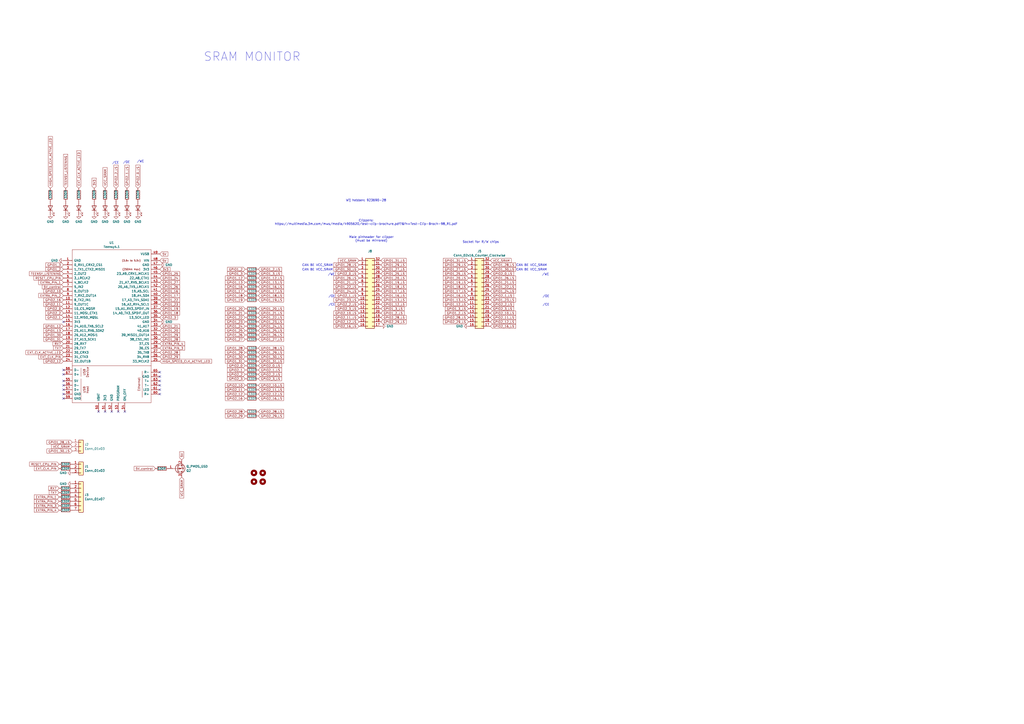
<source format=kicad_sch>
(kicad_sch (version 20231120) (generator "eeschema") (generator_version "8.0")
  (paper "A2")
  (no_connect (at 68.58 238.76))
  (no_connect (at 64.77 238.76))
  (no_connect (at 36.83 217.17))
  (no_connect (at 36.83 214.63))
  (no_connect (at 36.83 220.98))
  (no_connect (at 36.83 231.14))
  (no_connect (at 57.15 238.76))
  (no_connect (at 92.71 228.6))
  (no_connect (at 36.83 186.69))
  (no_connect (at 92.71 215.9))
  (no_connect (at 92.71 220.98))
  (no_connect (at 36.83 223.52))
  (no_connect (at 92.71 226.06))
  (no_connect (at 60.96 238.76))
  (no_connect (at 92.71 223.52))
  (no_connect (at 36.83 226.06))
  (no_connect (at 92.71 218.44))
  (no_connect (at 36.83 228.6))
  (no_connect (at 72.39 238.76))
  (text "Wij hebben: 923690-28" (at 212.344 116.332 0) (effects (font (size 1.27 1.27))))
  (text "CAN BE VCC_SRAM" (at 308.356 153.924 0) (effects (font (size 1.27 1.27))))
  (text "/CE" (at 67.056 94.488 0) (effects (font (size 1.27 1.27))))
  (text "/WE" (at 316.484 159.258 0) (effects (font (size 1.27 1.27))))
  (text "SRAM MONITOR" (at 146.304 33.02 0) (effects (font (size 5 5))))
  (text "MIRROR CLIPPERS" (at 123.19 444.246 0) (effects (font (size 10 10))))
  (text "/WE" (at 81.534 93.726 0) (effects (font (size 1.27 1.27))))
  (text "CAN BE VCC_SRAM" (at 184.15 153.924 0) (effects (font (size 1.27 1.27))))
  (text "Clippers:\nhttps://multimedia.3m.com/mws/media/490562O/test-clip-brochure.pdf?&fn=Test-Clip-Broch-98_R1.pdf" (at 212.344 129.032 0) (effects (font (size 1.27 1.27))))
  (text "/WE" (at 192.278 159.258 0) (effects (font (size 1.27 1.27))))
  (text "CAN BE VCC_SRAM" (at 184.15 156.464 0) (effects (font (size 1.27 1.27))))
  (text "Socket for R/W chips" (at 278.892 140.462 0) (effects (font (size 1.27 1.27))))
  (text "CAN BE VCC_SRAM" (at 308.356 156.464 0) (effects (font (size 1.27 1.27))))
  (text "/CE" (at 316.738 176.784 0) (effects (font (size 1.27 1.27))))
  (text "/CE" (at 192.532 176.784 0) (effects (font (size 1.27 1.27))))
  (text "/OE" (at 192.532 171.958 0) (effects (font (size 1.27 1.27))))
  (text "/OE" (at 316.738 171.958 0) (effects (font (size 1.27 1.27))))
  (text "Male pinheader for clipper\n(must be mirrored)" (at 215.392 138.684 0) (effects (font (size 1.27 1.27))))
  (text "/OE" (at 73.406 94.234 0) (effects (font (size 1.27 1.27))))
  (global_label "GPIO1_17_LS" (shape input) (at 220.98 168.91 0) (property "Intersheetrefs" "${INTERSHEET_REFS}" (effects (hide yes))))
  (global_label "GPIO1_2_LS" (shape input) (at 271.78 181.61 180) (property "Intersheetrefs" "${INTERSHEET_REFS}" (effects (hide yes))))
  (global_label "GPIO2_12" (shape input) (at 36.83 209.55 180) (property "Intersheetrefs" "${INTERSHEET_REFS}" (effects (hide yes))))
  (global_label "GPIO1_13_LS" (shape input) (at 149.86 163.83 0) (property "Intersheetrefs" "${INTERSHEET_REFS}" (effects (hide yes))))
  (global_label "5V_control" (shape input) (at 90.17 271.78 180) (property "Intersheetrefs" "${INTERSHEET_REFS}" (effects (hide yes))))
  (global_label "RESET_CPU_PIN" (shape input) (at 34.29 269.24 180) (property "Intersheetrefs" "${INTERSHEET_REFS}" (effects (hide yes))))
  (global_label "TX7" (shape input) (at 34.29 285.75 180) (property "Intersheetrefs" "${INTERSHEET_REFS}" (effects (hide yes))))
  (global_label "GPIO2_12" (shape input) (at 142.24 228.6 180) (property "Intersheetrefs" "${INTERSHEET_REFS}" (effects (hide yes))))
  (global_label "GPIO1_22_LS" (shape input) (at 149.86 184.15 0) (property "Intersheetrefs" "${INTERSHEET_REFS}" (effects (hide yes))))
  (global_label "GPIO2_10_LS" (shape input) (at 208.28 181.61 180) (property "Intersheetrefs" "${INTERSHEET_REFS}" (effects (hide yes))))
  (global_label "GPIO2_12_LS" (shape input) (at 284.48 186.69 0) (property "Intersheetrefs" "${INTERSHEET_REFS}" (effects (hide yes))))
  (global_label "GPIO2_11" (shape input) (at 36.83 176.53 180) (property "Intersheetrefs" "${INTERSHEET_REFS}" (effects (hide yes))))
  (global_label "VCC_SRAM" (shape input) (at 284.48 151.13 0) (property "Intersheetrefs" "${INTERSHEET_REFS}" (effects (hide yes))))
  (global_label "GPIO1_20_LS" (shape input) (at 271.78 161.29 180) (property "Intersheetrefs" "${INTERSHEET_REFS}" (effects (hide yes))))
  (global_label "GPIO2_16" (shape input) (at 36.83 173.99 180) (property "Intersheetrefs" "${INTERSHEET_REFS}" (effects (hide yes))))
  (global_label "GPIO1_18_LS" (shape input) (at 271.78 166.37 180) (property "Intersheetrefs" "${INTERSHEET_REFS}" (effects (hide yes))))
  (global_label "GPIO1_21" (shape input) (at 92.71 189.23 0) (property "Intersheetrefs" "${INTERSHEET_REFS}" (effects (hide yes))))
  (global_label "GPIO1_27_LS" (shape input) (at 149.86 196.85 0) (property "Intersheetrefs" "${INTERSHEET_REFS}" (effects (hide yes))))
  (global_label "GPIO2_11_LS" (shape input) (at 284.48 184.15 0) (property "Intersheetrefs" "${INTERSHEET_REFS}" (effects (hide yes))))
  (global_label "GPIO2_28" (shape input) (at 92.71 204.47 0) (property "Intersheetrefs" "${INTERSHEET_REFS}" (effects (hide yes))))
  (global_label "GPIO1_27_LS" (shape input) (at 271.78 156.21 180) (property "Intersheetrefs" "${INTERSHEET_REFS}" (effects (hide yes))))
  (global_label "GPIO1_31_LS" (shape input) (at 271.78 151.13 180) (property "Intersheetrefs" "${INTERSHEET_REFS}" (effects (hide yes))))
  (global_label "GPIO1_27_LS" (shape input) (at 220.98 156.21 0) (property "Intersheetrefs" "${INTERSHEET_REFS}" (effects (hide yes))))
  (global_label "GPIO1_31" (shape input) (at 142.24 209.55 180) (property "Intersheetrefs" "${INTERSHEET_REFS}" (effects (hide yes))))
  (global_label "EXT_CLK_ACTIVE_LED" (shape input) (at 36.83 204.47 180) (property "Intersheetrefs" "${INTERSHEET_REFS}" (effects (hide yes))))
  (global_label "EXT_CLK_ACTIVE_LED" (shape input) (at 45.72 109.22 90) (property "Intersheetrefs" "${INTERSHEET_REFS}" (effects (hide yes))))
  (global_label "GPIO1_13_LS" (shape input) (at 220.98 173.99 0) (property "Intersheetrefs" "${INTERSHEET_REFS}" (effects (hide yes))))
  (global_label "GPIO1_22_LS" (shape input) (at 284.48 166.37 0) (property "Intersheetrefs" "${INTERSHEET_REFS}" (effects (hide yes))))
  (global_label "GPIO2_1" (shape input) (at 142.24 214.63 180) (property "Intersheetrefs" "${INTERSHEET_REFS}" (effects (hide yes))))
  (global_label "GPIO1_21_LS" (shape input) (at 149.86 181.61 0) (property "Intersheetrefs" "${INTERSHEET_REFS}" (effects (hide yes))))
  (global_label "GPIO1_29_LS" (shape input) (at 149.86 204.47 0) (property "Intersheetrefs" "${INTERSHEET_REFS}" (effects (hide yes))))
  (global_label "GPIO1_12_LS" (shape input) (at 271.78 176.53 180) (property "Intersheetrefs" "${INTERSHEET_REFS}" (effects (hide yes))))
  (global_label "GPIO2_12_LS" (shape input) (at 149.86 228.6 0) (property "Intersheetrefs" "${INTERSHEET_REFS}" (effects (hide yes))))
  (global_label "GPIO1_18_LS" (shape input) (at 149.86 171.45 0) (property "Intersheetrefs" "${INTERSHEET_REFS}" (effects (hide yes))))
  (global_label "GPIO1_30_LS" (shape input) (at 284.48 156.21 0) (property "Intersheetrefs" "${INTERSHEET_REFS}" (effects (hide yes))))
  (global_label "GPIO1_16" (shape input) (at 92.71 168.91 0) (property "Intersheetrefs" "${INTERSHEET_REFS}" (effects (hide yes))))
  (global_label "GPIO1_24_LS" (shape input) (at 208.28 168.91 180) (property "Intersheetrefs" "${INTERSHEET_REFS}" (effects (hide yes))))
  (global_label "GPIO1_16" (shape input) (at 142.24 166.37 180) (property "Intersheetrefs" "${INTERSHEET_REFS}" (effects (hide yes))))
  (global_label "GPIO2_2_LS" (shape input) (at 149.86 217.17 0) (property "Intersheetrefs" "${INTERSHEET_REFS}" (effects (hide yes))))
  (global_label "VCC_SRAM" (shape input) (at 41.91 259.08 180) (property "Intersheetrefs" "${INTERSHEET_REFS}" (effects (hide yes))))
  (global_label "GPIO1_19_LS" (shape input) (at 271.78 163.83 180) (property "Intersheetrefs" "${INTERSHEET_REFS}" (effects (hide yes))))
  (global_label "GPIO1_21_LS" (shape input) (at 208.28 163.83 180) (property "Intersheetrefs" "${INTERSHEET_REFS}" (effects (hide yes))))
  (global_label "GPIO1_28_LS" (shape input) (at 41.91 256.54 180) (property "Intersheetrefs" "${INTERSHEET_REFS}" (effects (hide yes))))
  (global_label "EXT_CLK_PIN" (shape input) (at 34.29 271.78 180) (property "Intersheetrefs" "${INTERSHEET_REFS}" (effects (hide yes))))
  (global_label "GPIO2_28_LS" (shape input) (at 271.78 184.15 180) (property "Intersheetrefs" "${INTERSHEET_REFS}" (effects (hide yes))))
  (global_label "GPIO1_3" (shape input) (at 142.24 158.75 180) (property "Intersheetrefs" "${INTERSHEET_REFS}" (effects (hide yes))))
  (global_label "EXTRA_PIN_2" (shape input) (at 36.83 171.45 180) (property "Intersheetrefs" "${INTERSHEET_REFS}" (effects (hide yes))))
  (global_label "GPIO1_3_LS" (shape input) (at 149.86 158.75 0) (property "Intersheetrefs" "${INTERSHEET_REFS}" (effects (hide yes))))
  (global_label "5V" (shape input) (at 92.71 151.13 0) (property "Intersheetrefs" "${INTERSHEET_REFS}" (effects (hide yes))))
  (global_label "GPIO2_12_LS" (shape input) (at 208.28 186.69 180) (property "Intersheetrefs" "${INTERSHEET_REFS}" (effects (hide yes))))
  (global_label "GPIO2_28" (shape input) (at 142.24 238.76 180) (property "Intersheetrefs" "${INTERSHEET_REFS}" (effects (hide yes))))
  (global_label "GPIO1_25_LS" (shape input) (at 271.78 158.75 180) (property "Intersheetrefs" "${INTERSHEET_REFS}" (effects (hide yes))))
  (global_label "GPIO1_23" (shape input) (at 92.71 176.53 0) (property "Intersheetrefs" "${INTERSHEET_REFS}" (effects (hide yes))))
  (global_label "GPIO2_3_LS" (shape input) (at 284.48 179.07 0) (property "Intersheetrefs" "${INTERSHEET_REFS}" (effects (hide yes))))
  (global_label "GPIO1_27" (shape input) (at 142.24 196.85 180) (property "Intersheetrefs" "${INTERSHEET_REFS}" (effects (hide yes))))
  (global_label "GPIO1_17" (shape input) (at 92.71 171.45 0) (property "Intersheetrefs" "${INTERSHEET_REFS}" (effects (hide yes))))
  (global_label "GPIO2_2_LS" (shape input) (at 284.48 176.53 0) (property "Intersheetrefs" "${INTERSHEET_REFS}" (effects (hide yes))))
  (global_label "GPIO2_3" (shape input) (at 142.24 219.71 180) (property "Intersheetrefs" "${INTERSHEET_REFS}" (effects (hide yes))))
  (global_label "GPIO1_22_LS" (shape input) (at 208.28 166.37 180) (property "Intersheetrefs" "${INTERSHEET_REFS}" (effects (hide yes))))
  (global_label "VCC_SRAM" (shape input) (at 105.41 276.86 270) (property "Intersheetrefs" "${INTERSHEET_REFS}" (effects (hide yes))))
  (global_label "GPIO1_23_LS" (shape input) (at 208.28 173.99 180) (property "Intersheetrefs" "${INTERSHEET_REFS}" (effects (hide yes))))
  (global_label "GPIO1_17_LS" (shape input) (at 149.86 168.91 0) (property "Intersheetrefs" "${INTERSHEET_REFS}" (effects (hide yes))))
  (global_label "GPIO1_12_LS" (shape input) (at 220.98 176.53 0) (property "Intersheetrefs" "${INTERSHEET_REFS}" (effects (hide yes))))
  (global_label "GPIO2_0_LS" (shape input) (at 149.86 212.09 0) (property "Intersheetrefs" "${INTERSHEET_REFS}" (effects (hide yes))))
  (global_label "5V_control" (shape input) (at 36.83 166.37 180) (property "Intersheetrefs" "${INTERSHEET_REFS}" (effects (hide yes))))
  (global_label "GPIO1_26_LS" (shape input) (at 149.86 194.31 0) (property "Intersheetrefs" "${INTERSHEET_REFS}" (effects (hide yes))))
  (global_label "GPIO1_24" (shape input) (at 142.24 189.23 180) (property "Intersheetrefs" "${INTERSHEET_REFS}" (effects (hide yes))))
  (global_label "5V" (shape input) (at 105.41 266.7 90) (property "Intersheetrefs" "${INTERSHEET_REFS}" (effects (hide yes))))
  (global_label "GPIO2_10_LS" (shape input) (at 149.86 223.52 0) (property "Intersheetrefs" "${INTERSHEET_REFS}" (effects (hide yes))))
  (global_label "GPIO1_24_LS" (shape input) (at 284.48 168.91 0) (property "Intersheetrefs" "${INTERSHEET_REFS}" (effects (hide yes))))
  (global_label "GPIO1_13" (shape input) (at 36.83 191.77 180) (property "Intersheetrefs" "${INTERSHEET_REFS}" (effects (hide yes))))
  (global_label "GPIO2_29" (shape input) (at 142.24 241.3 180) (property "Intersheetrefs" "${INTERSHEET_REFS}" (effects (hide yes))))
  (global_label "GPIO2_28_LS" (shape input) (at 149.86 238.76 0) (property "Intersheetrefs" "${INTERSHEET_REFS}" (effects (hide yes))))
  (global_label "GPIO2_1_LS" (shape input) (at 149.86 214.63 0) (property "Intersheetrefs" "${INTERSHEET_REFS}" (effects (hide yes))))
  (global_label "RESET_CPU_PIN" (shape input) (at 36.83 161.29 180) (property "Intersheetrefs" "${INTERSHEET_REFS}" (effects (hide yes))))
  (global_label "GPIO1_3_LS" (shape input) (at 220.98 179.07 0) (property "Intersheetrefs" "${INTERSHEET_REFS}" (effects (hide yes))))
  (global_label "GPIO1_28" (shape input) (at 142.24 201.93 180) (property "Intersheetrefs" "${INTERSHEET_REFS}" (effects (hide yes))))
  (global_label "EXTRA_PIN_4" (shape input) (at 92.71 199.39 0) (property "Intersheetrefs" "${INTERSHEET_REFS}" (effects (hide yes))))
  (global_label "VCC_SRAM" (shape input) (at 208.28 151.13 180) (property "Intersheetrefs" "${INTERSHEET_REFS}" (effects (hide yes))))
  (global_label "GPIO1_19" (shape input) (at 92.71 179.07 0) (property "Intersheetrefs" "${INTERSHEET_REFS}" (effects (hide yes))))
  (global_label "GPIO1_16_LS" (shape input) (at 149.86 166.37 0) (property "Intersheetrefs" "${INTERSHEET_REFS}" (effects (hide yes))))
  (global_label "GPIO1_25_LS" (shape input) (at 149.86 191.77 0) (property "Intersheetrefs" "${INTERSHEET_REFS}" (effects (hide yes))))
  (global_label "HIGH_SPEED_CLK_ACTIVE_LED" (shape input) (at 92.71 209.55 0) (property "Intersheetrefs" "${INTERSHEET_REFS}" (effects (hide yes))))
  (global_label "GPIO2_0_LS" (shape input) (at 208.28 158.75 180) (property "Intersheetrefs" "${INTERSHEET_REFS}" (effects (hide yes))))
  (global_label "GPIO1_29" (shape input) (at 142.24 204.47 180) (property "Intersheetrefs" "${INTERSHEET_REFS}" (effects (hide yes))))
  (global_label "GPIO2_28_LS" (shape input) (at 220.98 184.15 0) (property "Intersheetrefs" "${INTERSHEET_REFS}" (effects (hide yes))))
  (global_label "GPIO1_12" (shape input) (at 142.24 161.29 180) (property "Intersheetrefs" "${INTERSHEET_REFS}" (effects (hide yes))))
  (global_label "GPIO1_16_LS" (shape input) (at 271.78 171.45 180) (property "Intersheetrefs" "${INTERSHEET_REFS}" (effects (hide yes))))
  (global_label "GPIO1_12" (shape input) (at 36.83 189.23 180) (property "Intersheetrefs" "${INTERSHEET_REFS}" (effects (hide yes))))
  (global_label "EXTRA_PIN_3" (shape input) (at 34.29 293.37 180) (property "Intersheetrefs" "${INTERSHEET_REFS}" (effects (hide yes))))
  (global_label "GPIO1_28_LS" (shape input) (at 149.86 201.93 0) (property "Intersheetrefs" "${INTERSHEET_REFS}" (effects (hide yes))))
  (global_label "GPIO1_30_LS" (shape input) (at 41.91 261.62 180) (property "Intersheetrefs" "${INTERSHEET_REFS}" (effects (hide yes))))
  (global_label "GPIO2_11" (shape input) (at 142.24 226.06 180) (property "Intersheetrefs" "${INTERSHEET_REFS}" (effects (hide yes))))
  (global_label "GPIO1_12_LS" (shape input) (at 149.86 161.29 0) (property "Intersheetrefs" "${INTERSHEET_REFS}" (effects (hide yes))))
  (global_label "3V3" (shape input) (at 92.71 156.21 0) (property "Intersheetrefs" "${INTERSHEET_REFS}" (effects (hide yes))))
  (global_label "GPIO1_25_LS" (shape input) (at 220.98 158.75 0) (property "Intersheetrefs" "${INTERSHEET_REFS}" (effects (hide yes))))
  (global_label "GPIO1_19_LS" (shape input) (at 220.98 163.83 0) (property "Intersheetrefs" "${INTERSHEET_REFS}" (effects (hide yes))))
  (global_label "GPIO2_2_LS" (shape input) (at 67.31 109.22 90) (property "Intersheetrefs" "${INTERSHEET_REFS}" (effects (hide yes))))
  (global_label "GPIO1_20_LS" (shape input) (at 220.98 161.29 0) (property "Intersheetrefs" "${INTERSHEET_REFS}" (effects (hide yes))))
  (global_label "GPIO1_26_LS" (shape input) (at 208.28 161.29 180) (property "Intersheetrefs" "${INTERSHEET_REFS}" (effects (hide yes))))
  (global_label "RX7" (shape input) (at 36.83 199.39 180) (property "Intersheetrefs" "${INTERSHEET_REFS}" (effects (hide yes))))
  (global_label "EXTRA_PIN_1" (shape input) (at 34.29 288.29 180) (property "Intersheetrefs" "${INTERSHEET_REFS}" (effects (hide yes))))
  (global_label "GPIO2_10_LS" (shape input) (at 284.48 181.61 0) (property "Intersheetrefs" "${INTERSHEET_REFS}" (effects (hide yes))))
  (global_label "GPIO1_27" (shape input) (at 92.71 163.83 0) (property "Intersheetrefs" "${INTERSHEET_REFS}" (effects (hide yes))))
  (global_label "GPIO1_25" (shape input) (at 142.24 191.77 180) (property "Intersheetrefs" "${INTERSHEET_REFS}" (effects (hide yes))))
  (global_label "VCC_SRAM" (shape input) (at 60.96 109.22 90) (property "Intersheetrefs" "${INTERSHEET_REFS}" (effects (hide yes))))
  (global_label "GPIO1_22" (shape input) (at 92.71 173.99 0) (property "Intersheetrefs" "${INTERSHEET_REFS}" (effects (hide yes))))
  (global_label "GPIO1_13_LS" (shape input) (at 271.78 173.99 180) (property "Intersheetrefs" "${INTERSHEET_REFS}" (effects (hide yes))))
  (global_label "3V3" (shape input) (at 54.61 109.22 90) (property "Intersheetrefs" "${INTERSHEET_REFS}" (effects (hide yes))))
  (global_label "GPIO1_30_LS" (shape input) (at 149.86 207.01 0) (property "Intersheetrefs" "${INTERSHEET_REFS}" (effects (hide yes))))
  (global_label "EXTRA_PIN_4" (shape input) (at 34.29 295.91 180) (property "Intersheetrefs" "${INTERSHEET_REFS}" (effects (hide yes))))
  (global_label "GPIO1_16_LS" (shape input) (at 220.98 171.45 0) (property "Intersheetrefs" "${INTERSHEET_REFS}" (effects (hide yes))))
  (global_label "GPIO1_24_LS" (shape input) (at 149.86 189.23 0) (property "Intersheetrefs" "${INTERSHEET_REFS}" (effects (hide yes))))
  (global_label "GPIO1_31_LS" (shape input) (at 220.98 151.13 0) (property "Intersheetrefs" "${INTERSHEET_REFS}" (effects (hide yes))))
  (global_label "GPIO1_2" (shape input) (at 36.83 156.21 180) (property "Intersheetrefs" "${INTERSHEET_REFS}" (effects (hide yes))))
  (global_label "GPIO2_11_LS" (shape input) (at 208.28 184.15 180) (property "Intersheetrefs" "${INTERSHEET_REFS}" (effects (hide yes))))
  (global_label "GPIO2_2_LS" (shape input) (at 208.28 176.53 180) (property "Intersheetrefs" "${INTERSHEET_REFS}" (effects (hide yes))))
  (global_label "GPIO1_20" (shape input) (at 92.71 191.77 0) (property "Intersheetrefs" "${INTERSHEET_REFS}" (effects (hide yes))))
  (global_label "GPIO1_23_LS" (shape input) (at 149.86 186.69 0) (property "Intersheetrefs" "${INTERSHEET_REFS}" (effects (hide yes))))
  (global_label "GPIO2_1_LS" (shape input) (at 208.28 171.45 180) (property "Intersheetrefs" "${INTERSHEET_REFS}" (effects (hide yes))))
  (global_label "GPIO1_29" (shape input) (at 92.71 194.31 0) (property "Intersheetrefs" "${INTERSHEET_REFS}" (effects (hide yes))))
  (global_label "GPIO2_2" (shape input) (at 142.24 217.17 180) (property "Intersheetrefs" "${INTERSHEET_REFS}" (effects (hide yes))))
  (global_label "GPIO1_2_LS" (shape input) (at 220.98 181.61 0) (property "Intersheetrefs" "${INTERSHEET_REFS}" (effects (hide yes))))
  (global_label "GPIO2_1_LS" (shape input) (at 73.66 109.22 90) (property "Intersheetrefs" "${INTERSHEET_REFS}" (effects (hide yes))))
  (global_label "GPIO1_22" (shape input) (at 142.24 184.15 180) (property "Intersheetrefs" "${INTERSHEET_REFS}" (effects (hide yes))))
  (global_label "GPIO2_3_LS" (shape input) (at 208.28 179.07 180) (property "Intersheetrefs" "${INTERSHEET_REFS}" (effects (hide yes))))
  (global_label "GPIO1_3" (shape input) (at 36.83 153.67 180) (property "Intersheetrefs" "${INTERSHEET_REFS}" (effects (hide yes))))
  (global_label "GPIO1_19" (shape input) (at 142.24 173.99 180) (property "Intersheetrefs" "${INTERSHEET_REFS}" (effects (hide yes))))
  (global_label "GPIO1_23" (shape input) (at 142.24 186.69 180) (property "Intersheetrefs" "${INTERSHEET_REFS}" (effects (hide yes))))
  (global_label "GPIO1_18" (shape input) (at 92.71 181.61 0) (property "Intersheetrefs" "${INTERSHEET_REFS}" (effects (hide yes))))
  (global_label "GPIO2_16" (shape input) (at 142.24 231.14 180) (property "Intersheetrefs" "${INTERSHEET_REFS}" (effects (hide yes))))
  (global_label "GPIO2_0_LS" (shape input) (at 80.01 109.22 90) (property "Intersheetrefs" "${INTERSHEET_REFS}" (effects (hide yes))))
  (global_label "GPIO1_31_LS" (shape input) (at 149.86 209.55 0) (property "Intersheetrefs" "${INTERSHEET_REFS}" (effects (hide yes))))
  (global_label "HIGH_SPEED_CLK_ACTIVE_LED" (shape input) (at 29.21 109.22 90) (property "Intersheetrefs" "${INTERSHEET_REFS}" (effects (hide yes))))
  (global_label "GPIO2_10" (shape input) (at 142.24 223.52 180) (property "Intersheetrefs" "${INTERSHEET_REFS}" (effects (hide yes))))
  (global_label "GPIO2_0" (shape input) (at 36.83 179.07 180) (property "Intersheetrefs" "${INTERSHEET_REFS}" (effects (hide yes))))
  (global_label "EXTRA_PIN_2" (shape input) (at 34.29 290.83 180) (property "Intersheetrefs" "${INTERSHEET_REFS}" (effects (hide yes))))
  (global_label "GPIO2_2" (shape input) (at 36.83 181.61 180) (property "Intersheetrefs" "${INTERSHEET_REFS}" (effects (hide yes))))
  (global_label "TX7" (shape input) (at 36.83 201.93 180) (property "Intersheetrefs" "${INTERSHEET_REFS}" (effects (hide yes))))
  (global_label "GPIO1_18_LS" (shape input) (at 220.98 166.37 0) (property "Intersheetrefs" "${INTERSHEET_REFS}" (effects (hide yes))))
  (global_label "GPIO1_20" (shape input) (at 142.24 179.07 180) (property "Intersheetrefs" "${INTERSHEET_REFS}" (effects (hide yes))))
  (global_label "GPIO2_0_LS" (shape input) (at 284.48 158.75 0) (property "Intersheetrefs" "${INTERSHEET_REFS}" (effects (hide yes))))
  (global_label "GPIO2_1_LS" (shape input) (at 284.48 171.45 0) (property "Intersheetrefs" "${INTERSHEET_REFS}" (effects (hide yes))))
  (global_label "GPIO1_18" (shape input) (at 142.24 171.45 180) (property "Intersheetrefs" "${INTERSHEET_REFS}" (effects (hide yes))))
  (global_label "TEENSY_LISTENING" (shape input) (at 38.1 109.22 90) (property "Intersheetrefs" "${INTERSHEET_REFS}" (effects (hide yes))))
  (global_label "GPIO1_24" (shape input) (at 92.71 161.29 0) (property "Intersheetrefs" "${INTERSHEET_REFS}" (effects (hide yes))))
  (global_label "GPIO1_23_LS" (shape input) (at 284.48 173.99 0) (property "Intersheetrefs" "${INTERSHEET_REFS}" (effects (hide yes))))
  (global_label "5V" (shape input) (at 92.71 147.32 0) (property "Intersheetrefs" "${INTERSHEET_REFS}" (effects (hide yes))))
  (global_label "GPIO2_3_LS" (shape input) (at 149.86 219.71 0) (property "Intersheetrefs" "${INTERSHEET_REFS}" (effects (hide yes))))
  (global_label "GPIO2_11_LS" (shape input) (at 149.86 226.06 0) (property "Intersheetrefs" "${INTERSHEET_REFS}" (effects (hide yes))))
  (global_label "GPIO2_0" (shape input) (at 142.24 212.09 180) (property "Intersheetrefs" "${INTERSHEET_REFS}" (effects (hide yes))))
  (global_label "GPIO1_29_LS" (shape input) (at 271.78 153.67 180) (property "Intersheetrefs" "${INTERSHEET_REFS}" (effects (hide yes))))
  (global_label "RX7" (shape input) (at 34.29 283.21 180) (property "Intersheetrefs" "${INTERSHEET_REFS}" (effects (hide yes))))
  (global_label "TEENSY_LISTENING" (shape input) (at 36.83 158.75 180) (property "Intersheetrefs" "${INTERSHEET_REFS}" (effects (hide yes))))
  (global_label "GPIO1_21" (shape input) (at 142.24 181.61 180) (property "Intersheetrefs" "${INTERSHEET_REFS}" (effects (hide yes))))
  (global_label "GPIO1_30" (shape input) (at 36.83 194.31 180) (property "Intersheetrefs" "${INTERSHEET_REFS}" (effects (hide yes))))
  (global_label "GPIO1_29_LS" (shape input) (at 220.98 153.67 0) (property "Intersheetrefs" "${INTERSHEET_REFS}" (effects (hide yes))))
  (global_label "GPIO1_17" (shape input) (at 142.24 168.91 180) (property "Intersheetrefs" "${INTERSHEET_REFS}" (effects (hide yes))))
  (global_label "GPIO1_26" (shape input) (at 92.71 166.37 0) (property "Intersheetrefs" "${INTERSHEET_REFS}" (effects (hide yes))))
  (global_label "GPIO2_29_LS" (shape input) (at 220.98 186.69 0) (property "Intersheetrefs" "${INTERSHEET_REFS}" (effects (hide yes))))
  (global_label "GPIO1_17_LS" (shape input) (at 271.78 168.91 180) (property "Intersheetrefs" "${INTERSHEET_REFS}" (effects (hide yes))))
  (global_label "GPIO1_2" (shape input) (at 142.24 156.21 180) (property "Intersheetrefs" "${INTERSHEET_REFS}" (effects (hide yes))))
  (global_label "GPIO2_1" (shape input) (at 36.83 184.15 180) (property "Intersheetrefs" "${INTERSHEET_REFS}" (effects (hide yes))))
  (global_label "GPIO1_30_LS" (shape input) (at 208.28 156.21 180) (property "Intersheetrefs" "${INTERSHEET_REFS}" (effects (hide yes))))
  (global_label "GPIO1_13" (shape input) (at 142.24 163.83 180) (property "Intersheetrefs" "${INTERSHEET_REFS}" (effects (hide yes))))
  (global_label "GPIO1_20_LS" (shape input) (at 149.86 179.07 0) (property "Intersheetrefs" "${INTERSHEET_REFS}" (effects (hide yes))))
  (global_label "GPIO2_29" (shape input) (at 92.71 207.01 0) (property "Intersheetrefs" "${INTERSHEET_REFS}" (effects (hide yes))))
  (global_label "GPIO2_16_LS" (shape input) (at 208.28 189.23 180) (property "Intersheetrefs" "${INTERSHEET_REFS}" (effects (hide yes))))
  (global_label "GPIO2_29_LS" (shape input) (at 149.86 241.3 0) (property "Intersheetrefs" "${INTERSHEET_REFS}" (effects (hide yes))))
  (global_label "EXT_CLK_PIN" (shape input) (at 36.83 207.01 180) (property "Intersheetrefs" "${INTERSHEET_REFS}" (effects (hide yes))))
  (global_label "GPIO2_3" (shape input) (at 92.71 184.15 0) (property "Intersheetrefs" "${INTERSHEET_REFS}" (effects (hide yes))))
  (global_label "GPIO1_2_LS" (shape input) (at 149.86 156.21 0) (property "Intersheetrefs" "${INTERSHEET_REFS}" (effects (hide yes))))
  (global_label "GPIO1_26_LS" (shape input) (at 284.48 161.29 0) (property "Intersheetrefs" "${INTERSHEET_REFS}" (effects (hide yes))))
  (global_label "EXTRA_PIN_3" (shape input) (at 92.71 201.93 0) (property "Intersheetrefs" "${INTERSHEET_REFS}" (effects (hide yes))))
  (global_label "GPIO2_16_LS" (shape input) (at 284.48 189.23 0) (property "Intersheetrefs" "${INTERSHEET_REFS}" (effects (hide yes))))
  (global_label "EXTRA_PIN_1" (shape input) (at 36.83 163.83 180) (property "Intersheetrefs" "${INTERSHEET_REFS}" (effects (hide yes))))
  (global_label "GPIO1_26" (shape input) (at 142.24 194.31 180) (property "Intersheetrefs" "${INTERSHEET_REFS}" (effects (hide yes))))
  (global_label "GPIO1_28_LS" (shape input) (at 208.28 153.67 180) (property "Intersheetrefs" "${INTERSHEET_REFS}" (effects (hide yes))))
  (global_label "GPIO2_10" (shape input) (at 36.83 168.91 180) (property "Intersheetrefs" "${INTERSHEET_REFS}" (effects (hide yes))))
  (global_label "GPIO1_3_LS" (shape input) (at 271.78 179.07 180) (property "Intersheetrefs" "${INTERSHEET_REFS}" (effects (hide yes))))
  (global_label "GPIO1_28" (shape input) (at 92.71 196.85 0) (property "Intersheetrefs" "${INTERSHEET_REFS}" (effects (hide yes))))
  (global_label "GPIO2_16_LS" (shape input) (at 149.86 231.14 0) (property "Intersheetrefs" "${INTERSHEET_REFS}" (effects (hide yes))))
  (global_label "GPIO1_28_LS" (shape input) (at 284.48 153.67 0) (property "Intersheetrefs" "${INTERSHEET_REFS}" (effects (hide yes))))
  (global_label "GPIO1_30" (shape input) (at 142.24 207.01 180) (property "Intersheetrefs" "${INTERSHEET_REFS}" (effects (hide yes))))
  (global_label "GPIO1_31" (shape input) (at 36.83 196.85 180) (property "Intersheetrefs" "${INTERSHEET_REFS}" (effects (hide yes))))
  (global_label "GPIO2_29_LS" (shape input) (at 271.78 186.69 180) (property "Intersheetrefs" "${INTERSHEET_REFS}" (effects (hide yes))))
  (global_label "GPIO1_25" (shape input) (at 92.71 158.75 0) (property "Intersheetrefs" "${INTERSHEET_REFS}" (effects (hide yes))))
  (global_label "GPIO1_21_LS" (shape input) (at 284.48 163.83 0) (property "Intersheetrefs" "${INTERSHEET_REFS}" (effects (hide yes))))
  (global_label "GPIO1_19_LS" (shape input) (at 149.86 173.99 0) (property "Intersheetrefs" "${INTERSHEET_REFS}" (effects (hide yes))))
  (symbol (lib_id "Connector_Generic:Conn_01x07") (at 46.99 288.29 0) (unit 1)
    (property "Reference" "J3" (at 49.022 287.0778 0) (effects (justify left)))
    (property "Value" "Conn_01x07" (at 49.022 289.5021 0) (effects (justify left)))
    (property "Footprint" "Connector_PinHeader_2.54mm:PinHeader_1x07_P2.54mm_Vertical" (effects (hide yes)))
    (property "Description" "Generic connector, single row, 01x07, script generated (kicad-library-utils/schlib/autogen/connector/)" (effects (hide yes)))
  )
  (symbol (lib_id "Device:R") (at 38.1 271.78 270) (unit 1)
    (property "Reference" "R29" (effects (hide yes)))
    (property "Value" "330R" (at 37.846 271.78 90))
    (property "Footprint" "Resistor_SMD:R_0603_1608Metric" (effects (hide yes)))
    (property "Description" "Resistor" (effects (hide yes)))
  )
  (symbol (lib_id "Device:R") (at 38.1 293.37 270) (unit 1)
    (property "Reference" "R38" (effects (hide yes)))
    (property "Value" "330R" (at 37.846 293.37 90))
    (property "Footprint" "Resistor_SMD:R_0603_1608Metric" (effects (hide yes)))
    (property "Description" "Resistor" (effects (hide yes)))
  )
  (symbol (lib_id "power:GND") (at 29.21 124.46 0) (unit 1)
    (property "Reference" "#PWR012" (effects (hide yes)))
    (property "Value" "GND" (at 29.21 128.5931 0))
    (property "Description" "Power symbol creates a global label with name \"GND\" , ground" (effects (hide yes)))
  )
  (symbol (lib_id "Mechanical:MountingHole") (at 147.32 279.4 0) (unit 1) (exclude_from_sim yes) (in_bom no)
    (property "Reference" "H2" (effects (hide yes)))
    (property "Value" "MountingHole" (effects (hide yes)))
    (property "Footprint" "MountingHole:MountingHole_3.2mm_M3" (effects (hide yes)))
    (property "Description" "Mounting Hole without connection" (effects (hide yes)))
  )
  (symbol (lib_id "Mechanical:MountingHole") (at 152.4 279.4 0) (unit 1) (exclude_from_sim yes) (in_bom no)
    (property "Reference" "H1" (effects (hide yes)))
    (property "Value" "MountingHole" (effects (hide yes)))
    (property "Footprint" "MountingHole:MountingHole_3.2mm_M3" (effects (hide yes)))
    (property "Description" "Mounting Hole without connection" (effects (hide yes)))
  )
  (symbol (lib_id "Device:R") (at 93.98 271.78 270) (unit 1)
    (property "Reference" "R30" (effects (hide yes)))
    (property "Value" "330R" (at 93.726 271.78 90))
    (property "Footprint" "Resistor_SMD:R_0603_1608Metric" (effects (hide yes)))
    (property "Description" "Resistor" (effects (hide yes)))
  )
  (symbol (lib_id "Device:R") (at 45.72 113.03 180) (unit 1)
    (property "Reference" "R34" (effects (hide yes)))
    (property "Value" "330R" (at 45.72 112.776 90))
    (property "Footprint" "Resistor_SMD:R_0603_1608Metric" (effects (hide yes)))
    (property "Description" "Resistor" (effects (hide yes)))
  )
  (symbol (lib_id "Device:R") (at 146.05 204.47 90) (unit 1)
    (property "Reference" "R18" (effects (hide yes)))
    (property "Value" "330R" (at 146.304 204.47 90))
    (property "Footprint" "Resistor_SMD:R_0603_1608Metric" (effects (hide yes)))
    (property "Description" "Resistor" (effects (hide yes)))
  )
  (symbol (lib_id "Device:R") (at 146.05 241.3 90) (unit 1)
    (property "Reference" "R32" (effects (hide yes)))
    (property "Value" "330R" (at 146.304 241.3 90))
    (property "Footprint" "Resistor_SMD:R_0603_1608Metric" (effects (hide yes)))
    (property "Description" "Resistor" (effects (hide yes)))
  )
  (symbol (lib_id "power:GND") (at 54.61 124.46 0) (unit 1)
    (property "Reference" "#PWR038" (effects (hide yes)))
    (property "Value" "GND" (at 54.61 128.5931 0))
    (property "Description" "Power symbol creates a global label with name \"GND\" , ground" (effects (hide yes)))
  )
  (symbol (lib_id "Device:R") (at 146.05 173.99 90) (unit 1)
    (property "Reference" "R8" (effects (hide yes)))
    (property "Value" "330R" (at 146.304 173.99 90))
    (property "Footprint" "Resistor_SMD:R_0603_1608Metric" (effects (hide yes)))
    (property "Description" "Resistor" (effects (hide yes)))
  )
  (symbol (lib_id "Mechanical:MountingHole") (at 152.4 274.32 0) (unit 1) (exclude_from_sim yes) (in_bom no)
    (property "Reference" "H4" (effects (hide yes)))
    (property "Value" "MountingHole" (effects (hide yes)))
    (property "Footprint" "MountingHole:MountingHole_3.2mm_M3" (effects (hide yes)))
    (property "Description" "Mounting Hole without connection" (effects (hide yes)))
  )
  (symbol (lib_id "Device:R") (at 146.05 166.37 90) (unit 1)
    (property "Reference" "R5" (effects (hide yes)))
    (property "Value" "330R" (at 146.304 166.37 90))
    (property "Footprint" "Resistor_SMD:R_0603_1608Metric" (effects (hide yes)))
    (property "Description" "Resistor" (effects (hide yes)))
  )
  (symbol (lib_id "Device:R") (at 146.05 184.15 90) (unit 1)
    (property "Reference" "R11" (effects (hide yes)))
    (property "Value" "330R" (at 146.304 184.15 90))
    (property "Footprint" "Resistor_SMD:R_0603_1608Metric" (effects (hide yes)))
    (property "Description" "Resistor" (effects (hide yes)))
  )
  (symbol (lib_id "Device:LED") (at 60.96 120.65 90) (unit 1)
    (property "Reference" "D32" (effects (hide yes)))
    (property "Value" "LED" (effects (hide yes)))
    (property "Footprint" "LED_SMD:LED_0805_2012Metric" (effects (hide yes)))
    (property "Description" "Light emitting diode" (effects (hide yes)))
  )
  (symbol (lib_id "Device:R") (at 54.61 113.03 180) (unit 1)
    (property "Reference" "R95" (effects (hide yes)))
    (property "Value" "330R" (at 54.61 112.776 90))
    (property "Footprint" "Resistor_SMD:R_0603_1608Metric" (effects (hide yes)))
    (property "Description" "Resistor" (effects (hide yes)))
  )
  (symbol (lib_id "power:GND") (at 220.98 189.23 90) (unit 1)
    (property "Reference" "#PWR06" (effects (hide yes)))
    (property "Value" "GND" (at 224.155 189.23 90) (effects (justify right)))
    (property "Description" "Power symbol creates a global label with name \"GND\" , ground" (effects (hide yes)))
  )
  (symbol (lib_id "Mechanical:MountingHole") (at 147.32 274.32 0) (unit 1) (exclude_from_sim yes) (in_bom no)
    (property "Reference" "H3" (effects (hide yes)))
    (property "Value" "MountingHole" (effects (hide yes)))
    (property "Footprint" "MountingHole:MountingHole_3.2mm_M3" (effects (hide yes)))
    (property "Description" "Mounting Hole without connection" (effects (hide yes)))
  )
  (symbol (lib_id "Device:R") (at 146.05 201.93 90) (unit 1)
    (property "Reference" "R17" (effects (hide yes)))
    (property "Value" "330R" (at 146.304 201.93 90))
    (property "Footprint" "Resistor_SMD:R_0603_1608Metric" (effects (hide yes)))
    (property "Description" "Resistor" (effects (hide yes)))
  )
  (symbol (lib_id "Device:LED") (at 80.01 120.65 90) (unit 1)
    (property "Reference" "D35" (effects (hide yes)))
    (property "Value" "LED" (effects (hide yes)))
    (property "Footprint" "LED_SMD:LED_0805_2012Metric" (effects (hide yes)))
    (property "Description" "Light emitting diode" (effects (hide yes)))
  )
  (symbol (lib_id "Device:R") (at 146.05 163.83 90) (unit 1)
    (property "Reference" "R4" (effects (hide yes)))
    (property "Value" "330R" (at 146.304 163.83 90))
    (property "Footprint" "Resistor_SMD:R_0603_1608Metric" (effects (hide yes)))
    (property "Description" "Resistor" (effects (hide yes)))
  )
  (symbol (lib_id "Device:R") (at 38.1 290.83 270) (unit 1)
    (property "Reference" "R42" (effects (hide yes)))
    (property "Value" "330R" (at 37.846 290.83 90))
    (property "Footprint" "Resistor_SMD:R_0603_1608Metric" (effects (hide yes)))
    (property "Description" "Resistor" (effects (hide yes)))
  )
  (symbol (lib_id "power:GND") (at 67.31 124.46 0) (unit 1)
    (property "Reference" "#PWR040" (effects (hide yes)))
    (property "Value" "GND" (at 67.31 128.5931 0))
    (property "Description" "Power symbol creates a global label with name \"GND\" , ground" (effects (hide yes)))
  )
  (symbol (lib_id "Device:R") (at 146.05 214.63 90) (unit 1)
    (property "Reference" "R22" (effects (hide yes)))
    (property "Value" "330R" (at 146.304 214.63 90))
    (property "Footprint" "Resistor_SMD:R_0603_1608Metric" (effects (hide yes)))
    (property "Description" "Resistor" (effects (hide yes)))
  )
  (symbol (lib_id "Device:Q_PMOS_GSD") (at 102.87 271.78 0) (mirror x) (unit 1)
    (property "Reference" "Q2" (at 108.077 272.9922 0) (effects (justify left)))
    (property "Value" "Q_PMOS_GSD" (at 108.077 270.5679 0) (effects (justify left)))
    (property "Footprint" "Package_TO_SOT_SMD:TSOT-23" (effects (hide yes)))
    (property "Description" "P-MOSFET transistor, gate/source/drain" (effects (hide yes)))
  )
  (symbol (lib_id "Connector_Generic:Conn_02x16_Counter_Clockwise") (at 276.86 168.91 0) (unit 1)
    (property "Reference" "J5" (at 278.13 145.7155 0))
    (property "Value" "Conn_02x16_Counter_Clockwise" (at 278.13 148.1398 0))
    (property "Footprint" "bigger_dip_socket_holes:DIP-32_W15.24mm_Socket_LongPads" (effects (hide yes)))
    (property "Description" "Generic connector, double row, 02x16, counter clockwise pin numbering scheme (similar to DIP package numbering), script generated (kicad-library-utils/schlib/autogen/connector/)" (effects (hide yes)))
  )
  (symbol (lib_id "power:GND") (at 271.78 189.23 270) (unit 1)
    (property "Reference" "#PWR011" (effects (hide yes)))
    (property "Value" "GND" (at 268.6051 189.23 90) (effects (justify right)))
    (property "Description" "Power symbol creates a global label with name \"GND\" , ground" (effects (hide yes)))
  )
  (symbol (lib_id "Device:LED") (at 73.66 120.65 90) (unit 1)
    (property "Reference" "D34" (effects (hide yes)))
    (property "Value" "LED" (effects (hide yes)))
    (property "Footprint" "LED_SMD:LED_0805_2012Metric" (effects (hide yes)))
    (property "Description" "Light emitting diode" (effects (hide yes)))
  )
  (symbol (lib_id "Device:LED") (at 67.31 120.65 90) (unit 1)
    (property "Reference" "D33" (effects (hide yes)))
    (property "Value" "LED" (effects (hide yes)))
    (property "Footprint" "LED_SMD:LED_0805_2012Metric" (effects (hide yes)))
    (property "Description" "Light emitting diode" (effects (hide yes)))
  )
  (symbol (lib_id "Device:R") (at 146.05 158.75 90) (unit 1)
    (property "Reference" "R2" (effects (hide yes)))
    (property "Value" "330R" (at 146.304 158.75 90))
    (property "Footprint" "Resistor_SMD:R_0603_1608Metric" (effects (hide yes)))
    (property "Description" "Resistor" (effects (hide yes)))
  )
  (symbol (lib_id "Device:R") (at 146.05 181.61 90) (unit 1)
    (property "Reference" "R10" (effects (hide yes)))
    (property "Value" "330R" (at 146.304 181.61 90))
    (property "Footprint" "Resistor_SMD:R_0603_1608Metric" (effects (hide yes)))
    (property "Description" "Resistor" (effects (hide yes)))
  )
  (symbol (lib_id "Device:R") (at 80.01 113.03 180) (unit 1)
    (property "Reference" "R99" (effects (hide yes)))
    (property "Value" "330R" (at 80.01 112.776 90))
    (property "Footprint" "Resistor_SMD:R_0603_1608Metric" (effects (hide yes)))
    (property "Description" "Resistor" (effects (hide yes)))
  )
  (symbol (lib_id "power:GND") (at 60.96 124.46 0) (unit 1)
    (property "Reference" "#PWR039" (effects (hide yes)))
    (property "Value" "GND" (at 60.96 128.5931 0))
    (property "Description" "Power symbol creates a global label with name \"GND\" , ground" (effects (hide yes)))
  )
  (symbol (lib_id "Connector_Generic:Conn_01x03") (at 46.99 259.08 0) (unit 1)
    (property "Reference" "J2" (at 49.022 257.8678 0) (effects (justify left)))
    (property "Value" "Conn_01x03" (at 49.022 260.2921 0) (effects (justify left)))
    (property "Footprint" "Connector_PinHeader_2.54mm:PinHeader_1x03_P2.54mm_Vertical" (effects (hide yes)))
    (property "Description" "Generic connector, single row, 01x03, script generated (kicad-library-utils/schlib/autogen/connector/)" (effects (hide yes)))
  )
  (symbol (lib_id "Device:LED") (at 38.1 120.65 90) (unit 1)
    (property "Reference" "D2" (effects (hide yes)))
    (property "Value" "LED" (effects (hide yes)))
    (property "Footprint" "LED_SMD:LED_0805_2012Metric" (effects (hide yes)))
    (property "Description" "Light emitting diode" (effects (hide yes)))
  )
  (symbol (lib_id "Device:R") (at 38.1 269.24 270) (unit 1)
    (property "Reference" "R36" (effects (hide yes)))
    (property "Value" "330R" (at 37.846 269.24 90))
    (property "Footprint" "Resistor_SMD:R_0603_1608Metric" (effects (hide yes)))
    (property "Description" "Resistor" (effects (hide yes)))
  )
  (symbol (lib_id "Device:R") (at 146.05 231.14 90) (unit 1)
    (property "Reference" "R28" (effects (hide yes)))
    (property "Value" "330R" (at 146.304 231.14 90))
    (property "Footprint" "Resistor_SMD:R_0603_1608Metric" (effects (hide yes)))
    (property "Description" "Resistor" (effects (hide yes)))
  )
  (symbol (lib_id "power:GND") (at 92.71 186.69 90) (unit 1)
    (property "Reference" "#PWR03" (effects (hide yes)))
    (property "Value" "GND" (at 95.885 186.69 90) (effects (justify right)))
    (property "Description" "Power symbol creates a global label with name \"GND\" , ground" (effects (hide yes)))
  )
  (symbol (lib_id "Device:R") (at 67.31 113.03 180) (unit 1)
    (property "Reference" "R97" (effects (hide yes)))
    (property "Value" "330R" (at 67.31 112.776 90))
    (property "Footprint" "Resistor_SMD:R_0603_1608Metric" (effects (hide yes)))
    (property "Description" "Resistor" (effects (hide yes)))
  )
  (symbol (lib_id "power:GND") (at 45.72 124.46 0) (unit 1)
    (property "Reference" "#PWR05" (effects (hide yes)))
    (property "Value" "GND" (at 45.72 128.5931 0))
    (property "Description" "Power symbol creates a global label with name \"GND\" , ground" (effects (hide yes)))
  )
  (symbol (lib_id "Device:LED") (at 45.72 120.65 90) (unit 1)
    (property "Reference" "D1" (effects (hide yes)))
    (property "Value" "LED" (effects (hide yes)))
    (property "Footprint" "LED_SMD:LED_0805_2012Metric" (effects (hide yes)))
    (property "Description" "Light emitting diode" (effects (hide yes)))
  )
  (symbol (lib_id "Device:R") (at 146.05 238.76 90) (unit 1)
    (property "Reference" "R31" (effects (hide yes)))
    (property "Value" "330R" (at 146.304 238.76 90))
    (property "Footprint" "Resistor_SMD:R_0603_1608Metric" (effects (hide yes)))
    (property "Description" "Resistor" (effects (hide yes)))
  )
  (symbol (lib_id "Device:R") (at 146.05 168.91 90) (unit 1)
    (property "Reference" "R6" (effects (hide yes)))
    (property "Value" "330R" (at 146.304 168.91 90))
    (property "Footprint" "Resistor_SMD:R_0603_1608Metric" (effects (hide yes)))
    (property "Description" "Resistor" (effects (hide yes)))
  )
  (symbol (lib_id "Device:R") (at 38.1 288.29 270) (unit 1)
    (property "Reference" "R37" (effects (hide yes)))
    (property "Value" "330R" (at 37.846 288.29 90))
    (property "Footprint" "Resistor_SMD:R_0603_1608Metric" (effects (hide yes)))
    (property "Description" "Resistor" (effects (hide yes)))
  )
  (symbol (lib_id "Device:LED") (at 54.61 120.65 90) (unit 1)
    (property "Reference" "D31" (effects (hide yes)))
    (property "Value" "LED" (effects (hide yes)))
    (property "Footprint" "LED_SMD:LED_0805_2012Metric" (effects (hide yes)))
    (property "Description" "Light emitting diode" (effects (hide yes)))
  )
  (symbol (lib_id "Device:R") (at 146.05 228.6 90) (unit 1)
    (property "Reference" "R27" (effects (hide yes)))
    (property "Value" "330R" (at 146.304 228.6 90))
    (property "Footprint" "Resistor_SMD:R_0603_1608Metric" (effects (hide yes)))
    (property "Description" "Resistor" (effects (hide yes)))
  )
  (symbol (lib_id "power:GND") (at 41.91 274.32 270) (unit 1)
    (property "Reference" "#PWR09" (effects (hide yes)))
    (property "Value" "GND" (at 38.7351 274.32 90) (effects (justify right)))
    (property "Description" "Power symbol creates a global label with name \"GND\" , ground" (effects (hide yes)))
  )
  (symbol (lib_id "Device:R") (at 146.05 212.09 90) (unit 1)
    (property "Reference" "R21" (effects (hide yes)))
    (property "Value" "330R" (at 146.304 212.09 90))
    (property "Footprint" "Resistor_SMD:R_0603_1608Metric" (effects (hide yes)))
    (property "Description" "Resistor" (effects (hide yes)))
  )
  (symbol (lib_id "Connector_Generic:Conn_02x16_Counter_Clockwise") (at 213.36 168.91 0) (unit 1)
    (property "Reference" "J8" (at 214.63 145.7155 0))
    (property "Value" "Conn_02x16_Counter_Clockwise" (effects (hide yes)))
    (property "Footprint" "clockwise_connectors:PinHeader_2x16_P2.54mm_Vertical_clockwise" (effects (hide yes)))
    (property "Description" "Generic connector, double row, 02x16, counter clockwise pin numbering scheme (similar to DIP package numbering), script generated (kicad-library-utils/schlib/autogen/connector/)" (effects (hide yes)))
  )
  (symbol (lib_id "Device:LED") (at 29.21 120.65 90) (unit 1)
    (property "Reference" "D3" (effects (hide yes)))
    (property "Value" "LED" (effects (hide yes)))
    (property "Footprint" "LED_SMD:LED_0805_2012Metric" (effects (hide yes)))
    (property "Description" "Light emitting diode" (effects (hide yes)))
  )
  (symbol (lib_id "Device:R") (at 38.1 283.21 270) (unit 1)
    (property "Reference" "R39" (effects (hide yes)))
    (property "Value" "330R" (at 37.846 283.21 90))
    (property "Footprint" "Resistor_SMD:R_0603_1608Metric" (effects (hide yes)))
    (property "Description" "Resistor" (effects (hide yes)))
  )
  (symbol (lib_id "Device:R") (at 38.1 285.75 270) (unit 1)
    (property "Reference" "R40" (effects (hide yes)))
    (property "Value" "330R" (at 37.846 285.75 90))
    (property "Footprint" "Resistor_SMD:R_0603_1608Metric" (effects (hide yes)))
    (property "Description" "Resistor" (effects (hide yes)))
  )
  (symbol (lib_id "power:GND") (at 80.01 124.46 0) (unit 1)
    (property "Reference" "#PWR042" (effects (hide yes)))
    (property "Value" "GND" (at 80.01 128.5931 0))
    (property "Description" "Power symbol creates a global label with name \"GND\" , ground" (effects (hide yes)))
  )
  (symbol (lib_id "Device:R") (at 29.21 113.03 180) (unit 1)
    (property "Reference" "R41" (effects (hide yes)))
    (property "Value" "330R" (at 29.21 112.776 90))
    (property "Footprint" "Resistor_SMD:R_0603_1608Metric" (effects (hide yes)))
    (property "Description" "Resistor" (effects (hide yes)))
  )
  (symbol (lib_id "power:GND") (at 73.66 124.46 0) (unit 1)
    (property "Reference" "#PWR041" (effects (hide yes)))
    (property "Value" "GND" (at 73.66 128.5931 0))
    (property "Description" "Power symbol creates a global label with name \"GND\" , ground" (effects (hide yes)))
  )
  (symbol (lib_id "Device:R") (at 146.05 186.69 90) (unit 1)
    (property "Reference" "R12" (effects (hide yes)))
    (property "Value" "330R" (at 146.304 186.69 90))
    (property "Footprint" "Resistor_SMD:R_0603_1608Metric" (effects (hide yes)))
    (property "Description" "Resistor" (effects (hide yes)))
  )
  (symbol (lib_id "Connector_Generic:Conn_01x03") (at 46.99 271.78 0) (unit 1)
    (property "Reference" "J1" (at 49.022 270.5678 0) (effects (justify left)))
    (property "Value" "Conn_01x03" (at 49.022 272.9921 0) (effects (justify left)))
    (property "Footprint" "Connector_PinHeader_2.54mm:PinHeader_1x03_P2.54mm_Vertical" (effects (hide yes)))
    (property "Description" "Generic connector, single row, 01x03, script generated (kicad-library-utils/schlib/autogen/connector/)" (effects (hide yes)))
  )
  (symbol (lib_id "power:GND") (at 92.71 153.67 90) (unit 1)
    (property "Reference" "#PWR02" (effects (hide yes)))
    (property "Value" "GND" (at 95.885 153.67 90) (effects (justify right)))
    (property "Description" "Power symbol creates a global label with name \"GND\" , ground" (effects (hide yes)))
  )
  (symbol (lib_id "Device:R") (at 146.05 194.31 90) (unit 1)
    (property "Reference" "R15" (effects (hide yes)))
    (property "Value" "330R" (at 146.304 194.31 90))
    (property "Footprint" "Resistor_SMD:R_0603_1608Metric" (effects (hide yes)))
    (property "Description" "Resistor" (effects (hide yes)))
  )
  (symbol (lib_id "Device:R") (at 146.05 156.21 90) (unit 1)
    (property "Reference" "R1" (effects (hide yes)))
    (property "Value" "330R" (at 146.304 156.21 90))
    (property "Footprint" "Resistor_SMD:R_0603_1608Metric" (effects (hide yes)))
    (property "Description" "Resistor" (effects (hide yes)))
  )
  (symbol (lib_id "Device:R") (at 146.05 223.52 90) (unit 1)
    (property "Reference" "R25" (effects (hide yes)))
    (property "Value" "330R" (at 146.304 223.52 90))
    (property "Footprint" "Resistor_SMD:R_0603_1608Metric" (effects (hide yes)))
    (property "Description" "Resistor" (effects (hide yes)))
  )
  (symbol (lib_id "power:GND") (at 36.83 151.13 270) (unit 1)
    (property "Reference" "#PWR01" (effects (hide yes)))
    (property "Value" "GND" (at 33.6551 151.13 90) (effects (justify right)))
    (property "Description" "Power symbol creates a global label with name \"GND\" , ground" (effects (hide yes)))
  )
  (symbol (lib_id "Device:R") (at 146.05 207.01 90) (unit 1)
    (property "Reference" "R19" (effects (hide yes)))
    (property "Value" "330R" (at 146.304 207.01 90))
    (property "Footprint" "Resistor_SMD:R_0603_1608Metric" (effects (hide yes)))
    (property "Description" "Resistor" (effects (hide yes)))
  )
  (symbol (lib_id "Device:R") (at 146.05 161.29 90) (unit 1)
    (property "Reference" "R3" (effects (hide yes)))
    (property "Value" "330R" (at 146.304 161.29 90))
    (property "Footprint" "Resistor_SMD:R_0603_1608Metric" (effects (hide yes)))
    (property "Description" "Resistor" (effects (hide yes)))
  )
  (symbol (lib_id "Device:R") (at 146.05 189.23 90) (unit 1)
    (property "Reference" "R13" (effects (hide yes)))
    (property "Value" "330R" (at 146.304 189.23 90))
    (property "Footprint" "Resistor_SMD:R_0603_1608Metric" (effects (hide yes)))
    (property "Description" "Resistor" (effects (hide yes)))
  )
  (symbol (lib_id "power:GND") (at 41.91 280.67 270) (unit 1)
    (property "Reference" "#PWR08" (effects (hide yes)))
    (property "Value" "GND" (at 38.7351 280.67 90) (effects (justify right)))
    (property "Description" "Power symbol creates a global label with name \"GND\" , ground" (effects (hide yes)))
  )
  (symbol (lib_id "teensy:Teensy4.1") (at 64.77 205.74 0) (unit 1)
    (property "Reference" "U1" (at 64.77 140.7625 0))
    (property "Value" "Teensy4.1" (at 64.77 143.1868 0))
    (property "Footprint" "teensy.pretty-master:Teensy41" (effects (hide yes)))
  )
  (symbol (lib_id "Device:R") (at 146.05 191.77 90) (unit 1)
    (property "Reference" "R14" (effects (hide yes)))
    (property "Value" "330R" (at 146.304 191.77 90))
    (property "Footprint" "Resistor_SMD:R_0603_1608Metric" (effects (hide yes)))
    (property "Description" "Resistor" (effects (hide yes)))
  )
  (symbol (lib_id "Device:R") (at 146.05 226.06 90) (unit 1)
    (property "Reference" "R26" (effects (hide yes)))
    (property "Value" "330R" (at 146.304 226.06 90))
    (property "Footprint" "Resistor_SMD:R_0603_1608Metric" (effects (hide yes)))
    (property "Description" "Resistor" (effects (hide yes)))
  )
  (symbol (lib_id "Device:R") (at 60.96 113.03 180) (unit 1)
    (property "Reference" "R96" (effects (hide yes)))
    (property "Value" "330R" (at 60.96 112.776 90))
    (property "Footprint" "Resistor_SMD:R_0603_1608Metric" (effects (hide yes)))
    (property "Description" "Resistor" (effects (hide yes)))
  )
  (symbol (lib_id "power:GND") (at 38.1 124.46 0) (unit 1)
    (property "Reference" "#PWR07" (effects (hide yes)))
    (property "Value" "GND" (at 38.1 128.5931 0))
    (property "Description" "Power symbol creates a global label with name \"GND\" , ground" (effects (hide yes)))
  )
  (symbol (lib_id "Device:R") (at 38.1 295.91 270) (unit 1)
    (property "Reference" "R43" (effects (hide yes)))
    (property "Value" "330R" (at 37.846 295.91 90))
    (property "Footprint" "Resistor_SMD:R_0603_1608Metric" (effects (hide yes)))
    (property "Description" "Resistor" (effects (hide yes)))
  )
  (symbol (lib_id "Device:R") (at 146.05 219.71 90) (unit 1)
    (property "Reference" "R24" (effects (hide yes)))
    (property "Value" "330R" (at 146.304 219.71 90))
    (property "Footprint" "Resistor_SMD:R_0603_1608Metric" (effects (hide yes)))
    (property "Description" "Resistor" (effects (hide yes)))
  )
  (symbol (lib_id "Device:R") (at 73.66 113.03 180) (unit 1)
    (property "Reference" "R98" (effects (hide yes)))
    (property "Value" "330R" (at 73.66 112.776 90))
    (property "Footprint" "Resistor_SMD:R_0603_1608Metric" (effects (hide yes)))
    (property "Description" "Resistor" (effects (hide yes)))
  )
  (symbol (lib_id "Device:R") (at 146.05 217.17 90) (unit 1)
    (property "Reference" "R23" (effects (hide yes)))
    (property "Value" "330R" (at 146.304 217.17 90))
    (property "Footprint" "Resistor_SMD:R_0603_1608Metric" (effects (hide yes)))
    (property "Description" "Resistor" (effects (hide yes)))
  )
  (symbol (lib_id "Device:R") (at 146.05 196.85 90) (unit 1)
    (property "Reference" "R16" (effects (hide yes)))
    (property "Value" "330R" (at 146.304 196.85 90))
    (property "Footprint" "Resistor_SMD:R_0603_1608Metric" (effects (hide yes)))
    (property "Description" "Resistor" (effects (hide yes)))
  )
  (symbol (lib_id "Device:R") (at 146.05 209.55 90) (unit 1)
    (property "Reference" "R20" (effects (hide yes)))
    (property "Value" "330R" (at 146.304 209.55 90))
    (property "Footprint" "Resistor_SMD:R_0603_1608Metric" (effects (hide yes)))
    (property "Description" "Resistor" (effects (hide yes)))
  )
  (symbol (lib_id "Device:R") (at 146.05 171.45 90) (unit 1)
    (property "Reference" "R7" (effects (hide yes)))
    (property "Value" "330R" (at 146.304 171.45 90))
    (property "Footprint" "Resistor_SMD:R_0603_1608Metric" (effects (hide yes)))
    (property "Description" "Resistor" (effects (hide yes)))
  )
  (symbol (lib_id "Device:R") (at 146.05 179.07 90) (unit 1)
    (property "Reference" "R9" (effects (hide yes)))
    (property "Value" "330R" (at 146.304 179.07 90))
    (property "Footprint" "Resistor_SMD:R_0603_1608Metric" (effects (hide yes)))
    (property "Description" "Resistor" (effects (hide yes)))
  )
  (symbol (lib_id "Device:R") (at 38.1 113.03 180) (unit 1)
    (property "Reference" "R35" (effects (hide yes)))
    (property "Value" "330R" (at 38.1 112.776 90))
    (property "Footprint" "Resistor_SMD:R_0603_1608Metric" (effects (hide yes)))
    (property "Description" "Resistor" (effects (hide yes)))
  )
)
</source>
